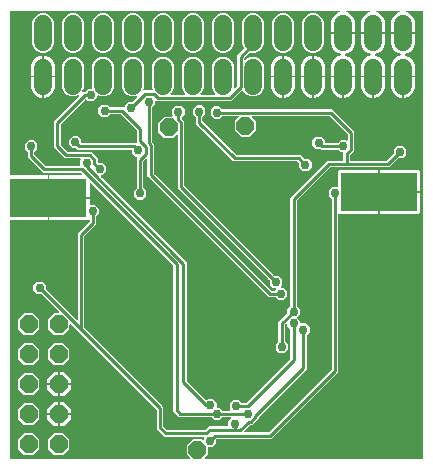
<source format=gbr>
G04 EAGLE Gerber RS-274X export*
G75*
%MOMM*%
%FSLAX34Y34*%
%LPD*%
%INBottom Copper*%
%IPPOS*%
%AMOC8*
5,1,8,0,0,1.08239X$1,22.5*%
G01*
G04 Define Apertures*
%ADD10R,6.451600X3.251200*%
%ADD11P,1.64956X8X22.5*%
%ADD12P,1.64956X8X112.5*%
%ADD13C,1.524000*%
%ADD14C,0.756400*%
%ADD15C,0.254000*%
G36*
X161646Y10220D02*
X161349Y10160D01*
X10922Y10160D01*
X10647Y10211D01*
X10392Y10375D01*
X10220Y10625D01*
X10160Y10922D01*
X10160Y211858D01*
X10211Y212133D01*
X10375Y212388D01*
X10625Y212560D01*
X10922Y212620D01*
X41656Y212620D01*
X41656Y250212D01*
X10922Y250212D01*
X10647Y250263D01*
X10392Y250427D01*
X10220Y250677D01*
X10160Y250974D01*
X10160Y389078D01*
X10211Y389353D01*
X10375Y389608D01*
X10625Y389780D01*
X10922Y389840D01*
X288507Y389840D01*
X288765Y389795D01*
X289024Y389638D01*
X289202Y389392D01*
X289269Y389096D01*
X289216Y388798D01*
X289050Y388544D01*
X288799Y388374D01*
X286045Y387233D01*
X283187Y384375D01*
X281640Y380641D01*
X281640Y371762D01*
X301960Y371762D01*
X301960Y380641D01*
X300413Y384375D01*
X297555Y387233D01*
X294801Y388374D01*
X294580Y388514D01*
X294401Y388759D01*
X294331Y389054D01*
X294382Y389353D01*
X294545Y389608D01*
X294796Y389780D01*
X295093Y389840D01*
X313907Y389840D01*
X314165Y389795D01*
X314424Y389638D01*
X314602Y389392D01*
X314669Y389096D01*
X314616Y388798D01*
X314450Y388544D01*
X314199Y388374D01*
X311445Y387233D01*
X308587Y384375D01*
X307040Y380641D01*
X307040Y371762D01*
X327360Y371762D01*
X327360Y380641D01*
X325813Y384375D01*
X322955Y387233D01*
X320201Y388374D01*
X319980Y388514D01*
X319801Y388759D01*
X319731Y389054D01*
X319782Y389353D01*
X319945Y389608D01*
X320196Y389780D01*
X320493Y389840D01*
X339307Y389840D01*
X339565Y389795D01*
X339824Y389638D01*
X340002Y389392D01*
X340069Y389096D01*
X340016Y388798D01*
X339850Y388544D01*
X339599Y388374D01*
X336845Y387233D01*
X333987Y384375D01*
X332440Y380641D01*
X332440Y371762D01*
X352760Y371762D01*
X352760Y380641D01*
X351213Y384375D01*
X348355Y387233D01*
X345601Y388374D01*
X345380Y388514D01*
X345201Y388759D01*
X345131Y389054D01*
X345182Y389353D01*
X345345Y389608D01*
X345596Y389780D01*
X345893Y389840D01*
X359078Y389840D01*
X359353Y389789D01*
X359608Y389625D01*
X359780Y389375D01*
X359840Y389078D01*
X359840Y10922D01*
X359789Y10647D01*
X359625Y10392D01*
X359375Y10220D01*
X359078Y10160D01*
X175651Y10160D01*
X175388Y10207D01*
X175130Y10366D01*
X174954Y10614D01*
X174889Y10910D01*
X174945Y11208D01*
X175112Y11461D01*
X177644Y13992D01*
X177644Y19643D01*
X177695Y19917D01*
X177859Y20173D01*
X178109Y20344D01*
X178406Y20405D01*
X181487Y20405D01*
X184595Y23513D01*
X184595Y26444D01*
X184647Y26719D01*
X184810Y26974D01*
X185060Y27146D01*
X185357Y27206D01*
X231157Y27206D01*
X287794Y83843D01*
X287794Y217258D01*
X287841Y217522D01*
X288000Y217780D01*
X288248Y217955D01*
X288544Y218020D01*
X288842Y217965D01*
X289095Y217797D01*
X289272Y217620D01*
X321820Y217620D01*
X321820Y255212D01*
X289272Y255212D01*
X287784Y253724D01*
X287784Y241068D01*
X287733Y240793D01*
X287569Y240538D01*
X287319Y240366D01*
X287022Y240306D01*
X282802Y240306D01*
X279694Y237198D01*
X279694Y232802D01*
X281983Y230513D01*
X282146Y230272D01*
X282206Y229975D01*
X282206Y86473D01*
X282150Y86187D01*
X281983Y85934D01*
X229066Y33017D01*
X228824Y32854D01*
X228527Y32794D01*
X208585Y32794D01*
X208322Y32841D01*
X208064Y33000D01*
X207888Y33248D01*
X207823Y33544D01*
X207879Y33842D01*
X208046Y34095D01*
X212782Y38831D01*
X213024Y38994D01*
X213321Y39054D01*
X214987Y39054D01*
X220476Y44543D01*
X220476Y45333D01*
X220532Y45619D01*
X220699Y45872D01*
X261094Y86267D01*
X261094Y114732D01*
X261150Y115018D01*
X261317Y115270D01*
X263606Y117559D01*
X263606Y121955D01*
X260498Y125063D01*
X256068Y125063D01*
X255793Y125114D01*
X255538Y125278D01*
X255366Y125528D01*
X255306Y125825D01*
X255306Y127198D01*
X253043Y129461D01*
X252885Y129692D01*
X252820Y129988D01*
X252875Y130286D01*
X253043Y130539D01*
X255306Y132802D01*
X255306Y137198D01*
X253017Y139487D01*
X252854Y139728D01*
X252794Y140025D01*
X252794Y228527D01*
X252850Y228813D01*
X253017Y229066D01*
X280934Y256983D01*
X281176Y257146D01*
X281473Y257206D01*
X331157Y257206D01*
X338422Y264471D01*
X338664Y264634D01*
X338961Y264694D01*
X342198Y264694D01*
X345306Y267802D01*
X345306Y272198D01*
X342198Y275306D01*
X337802Y275306D01*
X334694Y272198D01*
X334694Y268961D01*
X334638Y268675D01*
X334471Y268422D01*
X329066Y263017D01*
X328824Y262854D01*
X328527Y262794D01*
X298556Y262794D01*
X298281Y262845D01*
X298026Y263009D01*
X297854Y263259D01*
X297794Y263556D01*
X297794Y267199D01*
X297850Y267485D01*
X298017Y267738D01*
X301398Y271119D01*
X301398Y287553D01*
X282733Y306218D01*
X190025Y306218D01*
X189739Y306274D01*
X189487Y306441D01*
X187198Y308730D01*
X182802Y308730D01*
X179694Y305622D01*
X179694Y301226D01*
X182802Y298118D01*
X187198Y298118D01*
X189487Y300407D01*
X189728Y300570D01*
X190025Y300630D01*
X202759Y300630D01*
X203022Y300583D01*
X203280Y300424D01*
X203456Y300176D01*
X203521Y299880D01*
X203465Y299582D01*
X203298Y299329D01*
X199956Y295988D01*
X199956Y288412D01*
X205312Y283056D01*
X212888Y283056D01*
X218244Y288412D01*
X218244Y295988D01*
X214902Y299329D01*
X214749Y299549D01*
X214680Y299844D01*
X214730Y300143D01*
X214894Y300398D01*
X215144Y300570D01*
X215441Y300630D01*
X280103Y300630D01*
X280389Y300574D01*
X280642Y300407D01*
X295587Y285462D01*
X295750Y285220D01*
X295810Y284923D01*
X295810Y280561D01*
X295763Y280298D01*
X295604Y280040D01*
X295356Y279865D01*
X295060Y279800D01*
X294762Y279855D01*
X294509Y280023D01*
X294226Y280306D01*
X289830Y280306D01*
X287541Y278017D01*
X287300Y277854D01*
X287003Y277794D01*
X277324Y277794D01*
X277049Y277845D01*
X276794Y278009D01*
X276622Y278259D01*
X276562Y278556D01*
X276562Y279992D01*
X273454Y283100D01*
X269058Y283100D01*
X265950Y279992D01*
X265950Y275596D01*
X269058Y272488D01*
X272295Y272488D01*
X272581Y272432D01*
X272834Y272265D01*
X272893Y272206D01*
X287003Y272206D01*
X287289Y272150D01*
X287541Y271983D01*
X289830Y269694D01*
X291444Y269694D01*
X291719Y269643D01*
X291974Y269479D01*
X292146Y269229D01*
X292206Y268932D01*
X292206Y263556D01*
X292155Y263281D01*
X291991Y263026D01*
X291741Y262854D01*
X291444Y262794D01*
X278843Y262794D01*
X247206Y231157D01*
X247206Y140025D01*
X247150Y139739D01*
X246983Y139487D01*
X244694Y137198D01*
X244694Y133961D01*
X244638Y133675D01*
X244471Y133422D01*
X237206Y126157D01*
X237206Y110025D01*
X237150Y109739D01*
X236983Y109487D01*
X234694Y107198D01*
X234694Y102802D01*
X237802Y99694D01*
X242198Y99694D01*
X245306Y102802D01*
X245306Y107198D01*
X243017Y109487D01*
X242854Y109728D01*
X242794Y110025D01*
X242794Y123527D01*
X242850Y123813D01*
X243017Y124066D01*
X243393Y124442D01*
X243613Y124595D01*
X243908Y124665D01*
X244207Y124614D01*
X244462Y124450D01*
X244634Y124200D01*
X244694Y123903D01*
X244694Y122802D01*
X246983Y120513D01*
X247146Y120272D01*
X247206Y119975D01*
X247206Y95317D01*
X247150Y95031D01*
X246983Y94778D01*
X210222Y58017D01*
X209980Y57854D01*
X209683Y57794D01*
X206401Y57794D01*
X206115Y57850D01*
X205863Y58017D01*
X203574Y60306D01*
X199178Y60306D01*
X196070Y57198D01*
X196070Y52802D01*
X196353Y52519D01*
X196506Y52299D01*
X196576Y52004D01*
X196525Y51705D01*
X196362Y51450D01*
X196112Y51278D01*
X195815Y51218D01*
X190025Y51218D01*
X189739Y51274D01*
X189487Y51441D01*
X187198Y53730D01*
X185542Y53730D01*
X185267Y53781D01*
X185012Y53945D01*
X184840Y54195D01*
X184780Y54492D01*
X184780Y57948D01*
X181672Y61056D01*
X177276Y61056D01*
X176429Y60209D01*
X176198Y60051D01*
X175902Y59986D01*
X175604Y60041D01*
X175351Y60209D01*
X159626Y75934D01*
X159463Y76176D01*
X159403Y76473D01*
X159403Y176596D01*
X86932Y249067D01*
X86779Y249286D01*
X86709Y249581D01*
X86760Y249880D01*
X86923Y250135D01*
X87173Y250307D01*
X87470Y250367D01*
X87871Y250367D01*
X90979Y253476D01*
X90979Y257871D01*
X87871Y260979D01*
X84867Y260979D01*
X84592Y261031D01*
X84336Y261194D01*
X84165Y261444D01*
X84105Y261741D01*
X84105Y264746D01*
X78616Y270235D01*
X59032Y270235D01*
X58746Y270290D01*
X58494Y270458D01*
X53017Y275934D01*
X52854Y276176D01*
X52794Y276473D01*
X52794Y293527D01*
X52850Y293813D01*
X53017Y294066D01*
X73483Y314532D01*
X73713Y314690D01*
X74009Y314755D01*
X74308Y314699D01*
X74560Y314532D01*
X76100Y312992D01*
X80496Y312992D01*
X83604Y316100D01*
X83604Y317366D01*
X83653Y317635D01*
X83814Y317892D01*
X84063Y318065D01*
X84360Y318128D01*
X84657Y318070D01*
X86681Y317232D01*
X90319Y317232D01*
X93680Y318624D01*
X96252Y321196D01*
X97644Y324557D01*
X97644Y343435D01*
X96252Y346796D01*
X93680Y349368D01*
X90319Y350760D01*
X86681Y350760D01*
X83320Y349368D01*
X80748Y346796D01*
X79356Y343435D01*
X79356Y324465D01*
X79372Y324390D01*
X79321Y324091D01*
X79158Y323836D01*
X78908Y323664D01*
X78610Y323604D01*
X76100Y323604D01*
X73811Y321315D01*
X73570Y321152D01*
X73272Y321092D01*
X71949Y321092D01*
X71680Y321141D01*
X71423Y321302D01*
X71250Y321551D01*
X71187Y321848D01*
X71245Y322145D01*
X72244Y324557D01*
X72244Y343435D01*
X70852Y346796D01*
X68280Y349368D01*
X64919Y350760D01*
X61281Y350760D01*
X57920Y349368D01*
X55348Y346796D01*
X53956Y343435D01*
X53956Y324557D01*
X55348Y321196D01*
X57920Y318624D01*
X61281Y317232D01*
X64919Y317232D01*
X67119Y318143D01*
X67374Y318200D01*
X67674Y318154D01*
X67932Y317995D01*
X68107Y317748D01*
X68172Y317451D01*
X68117Y317153D01*
X67949Y316900D01*
X47206Y296157D01*
X47206Y273843D01*
X56402Y264647D01*
X69173Y264647D01*
X69437Y264600D01*
X69695Y264440D01*
X69870Y264193D01*
X69935Y263897D01*
X69880Y263599D01*
X69712Y263346D01*
X69429Y263062D01*
X69429Y259022D01*
X69377Y258747D01*
X69214Y258492D01*
X68964Y258320D01*
X68667Y258260D01*
X40500Y258260D01*
X40214Y258316D01*
X39962Y258483D01*
X30811Y267634D01*
X30648Y267875D01*
X30588Y268172D01*
X30588Y269975D01*
X30644Y270261D01*
X30811Y270513D01*
X33100Y272802D01*
X33100Y277198D01*
X29992Y280306D01*
X25596Y280306D01*
X22488Y277198D01*
X22488Y272802D01*
X24777Y270513D01*
X24940Y270272D01*
X25000Y269975D01*
X25000Y265542D01*
X37870Y252672D01*
X69360Y252672D01*
X69646Y252616D01*
X69899Y252449D01*
X70835Y251513D01*
X70988Y251293D01*
X71058Y250998D01*
X71007Y250699D01*
X70844Y250444D01*
X70594Y250272D01*
X70296Y250212D01*
X43180Y250212D01*
X43180Y232178D01*
X77216Y232178D01*
X77216Y243292D01*
X77263Y243556D01*
X77422Y243814D01*
X77670Y243989D01*
X77966Y244054D01*
X78264Y243999D01*
X78517Y243831D01*
X147919Y174429D01*
X148082Y174188D01*
X148142Y173890D01*
X148142Y50526D01*
X153038Y45630D01*
X179975Y45630D01*
X180261Y45574D01*
X180513Y45407D01*
X182802Y43118D01*
X187198Y43118D01*
X189487Y45407D01*
X189728Y45570D01*
X190025Y45630D01*
X196530Y45630D01*
X196793Y45583D01*
X197051Y45424D01*
X197226Y45176D01*
X197291Y44880D01*
X197236Y44582D01*
X197068Y44329D01*
X194694Y41955D01*
X194694Y38556D01*
X194643Y38281D01*
X194479Y38026D01*
X194229Y37854D01*
X193932Y37794D01*
X178121Y37794D01*
X175217Y34889D01*
X174975Y34726D01*
X174678Y34666D01*
X143106Y34666D01*
X142820Y34722D01*
X142567Y34889D01*
X139889Y37567D01*
X139726Y37809D01*
X139666Y38106D01*
X139666Y54285D01*
X73017Y120934D01*
X72854Y121176D01*
X72794Y121473D01*
X72794Y198527D01*
X72850Y198813D01*
X73017Y199066D01*
X82794Y208843D01*
X82794Y214975D01*
X82850Y215261D01*
X83017Y215513D01*
X85306Y217802D01*
X85306Y222198D01*
X82198Y225306D01*
X77978Y225306D01*
X77703Y225357D01*
X77448Y225521D01*
X77276Y225771D01*
X77216Y226068D01*
X77216Y230654D01*
X43180Y230654D01*
X43180Y212620D01*
X75728Y212620D01*
X75905Y212797D01*
X76125Y212950D01*
X76420Y213020D01*
X76719Y212969D01*
X76974Y212806D01*
X77146Y212556D01*
X77206Y212258D01*
X77206Y211473D01*
X77150Y211187D01*
X76983Y210934D01*
X67206Y201157D01*
X67206Y128585D01*
X67159Y128322D01*
X67000Y128064D01*
X66752Y127888D01*
X66456Y127823D01*
X66158Y127879D01*
X65905Y128046D01*
X64525Y129426D01*
X64362Y129668D01*
X64331Y129822D01*
X56537Y137616D01*
X56393Y137644D01*
X56140Y137811D01*
X40529Y153422D01*
X40366Y153664D01*
X40306Y153961D01*
X40306Y157198D01*
X37198Y160306D01*
X32802Y160306D01*
X29694Y157198D01*
X29694Y152802D01*
X32802Y149694D01*
X36039Y149694D01*
X36325Y149638D01*
X36578Y149471D01*
X51224Y134825D01*
X51377Y134605D01*
X51447Y134310D01*
X51396Y134011D01*
X51232Y133756D01*
X50982Y133584D01*
X50685Y133524D01*
X47306Y133524D01*
X41950Y128168D01*
X41950Y120592D01*
X47306Y115236D01*
X54882Y115236D01*
X60238Y120592D01*
X60238Y123971D01*
X60285Y124234D01*
X60444Y124492D01*
X60692Y124668D01*
X60988Y124733D01*
X61286Y124677D01*
X61539Y124510D01*
X133855Y52194D01*
X134018Y51952D01*
X134078Y51655D01*
X134078Y35476D01*
X140476Y29078D01*
X173313Y29078D01*
X173577Y29031D01*
X173835Y28872D01*
X174010Y28624D01*
X174075Y28328D01*
X174020Y28030D01*
X173983Y27975D01*
X173983Y27068D01*
X173936Y26805D01*
X173777Y26546D01*
X173530Y26371D01*
X173234Y26306D01*
X172935Y26362D01*
X172683Y26529D01*
X172288Y26924D01*
X164712Y26924D01*
X159356Y21568D01*
X159356Y13992D01*
X161888Y11461D01*
X162041Y11241D01*
X162110Y10946D01*
X162060Y10647D01*
X161896Y10392D01*
X161646Y10220D01*
G37*
%LPC*%
G36*
X35981Y354236D02*
X39619Y354236D01*
X42980Y355628D01*
X45552Y358200D01*
X46944Y361561D01*
X46944Y380439D01*
X45552Y383800D01*
X42980Y386372D01*
X39619Y387764D01*
X35981Y387764D01*
X32620Y386372D01*
X30048Y383800D01*
X28656Y380439D01*
X28656Y361561D01*
X30048Y358200D01*
X32620Y355628D01*
X35981Y354236D01*
G37*
G36*
X61381Y354236D02*
X65019Y354236D01*
X68380Y355628D01*
X70952Y358200D01*
X72344Y361561D01*
X72344Y380439D01*
X70952Y383800D01*
X68380Y386372D01*
X65019Y387764D01*
X61381Y387764D01*
X58020Y386372D01*
X55448Y383800D01*
X54056Y380439D01*
X54056Y361561D01*
X55448Y358200D01*
X58020Y355628D01*
X61381Y354236D01*
G37*
G36*
X137581Y354236D02*
X141219Y354236D01*
X144580Y355628D01*
X147152Y358200D01*
X148544Y361561D01*
X148544Y380439D01*
X147152Y383800D01*
X144580Y386372D01*
X141219Y387764D01*
X137581Y387764D01*
X134220Y386372D01*
X131648Y383800D01*
X130256Y380439D01*
X130256Y361561D01*
X131648Y358200D01*
X134220Y355628D01*
X137581Y354236D01*
G37*
G36*
X162981Y354236D02*
X166619Y354236D01*
X169980Y355628D01*
X172552Y358200D01*
X173944Y361561D01*
X173944Y380439D01*
X172552Y383800D01*
X169980Y386372D01*
X166619Y387764D01*
X162981Y387764D01*
X159620Y386372D01*
X157048Y383800D01*
X155656Y380439D01*
X155656Y361561D01*
X157048Y358200D01*
X159620Y355628D01*
X162981Y354236D01*
G37*
G36*
X86781Y354236D02*
X90419Y354236D01*
X93780Y355628D01*
X96352Y358200D01*
X97744Y361561D01*
X97744Y380439D01*
X96352Y383800D01*
X93780Y386372D01*
X90419Y387764D01*
X86781Y387764D01*
X83420Y386372D01*
X80848Y383800D01*
X79456Y380439D01*
X79456Y361561D01*
X80848Y358200D01*
X83420Y355628D01*
X86781Y354236D01*
G37*
G36*
X264581Y354236D02*
X268219Y354236D01*
X271580Y355628D01*
X274152Y358200D01*
X275544Y361561D01*
X275544Y380439D01*
X274152Y383800D01*
X271580Y386372D01*
X268219Y387764D01*
X264581Y387764D01*
X261220Y386372D01*
X258648Y383800D01*
X257256Y380439D01*
X257256Y361561D01*
X258648Y358200D01*
X261220Y355628D01*
X264581Y354236D01*
G37*
G36*
X112181Y354236D02*
X115819Y354236D01*
X119180Y355628D01*
X121752Y358200D01*
X123144Y361561D01*
X123144Y380439D01*
X121752Y383800D01*
X119180Y386372D01*
X115819Y387764D01*
X112181Y387764D01*
X108820Y386372D01*
X106248Y383800D01*
X104856Y380439D01*
X104856Y361561D01*
X106248Y358200D01*
X108820Y355628D01*
X112181Y354236D01*
G37*
G36*
X237162Y144694D02*
X241558Y144694D01*
X244666Y147802D01*
X244666Y152198D01*
X241558Y155306D01*
X239649Y155306D01*
X239386Y155353D01*
X239128Y155512D01*
X238953Y155760D01*
X238888Y156056D01*
X238943Y156354D01*
X239111Y156607D01*
X240306Y157802D01*
X240306Y162198D01*
X237198Y165306D01*
X233961Y165306D01*
X233675Y165362D01*
X233422Y165529D01*
X157631Y241320D01*
X157468Y241562D01*
X157408Y241859D01*
X157408Y296471D01*
X155496Y298383D01*
X155333Y298625D01*
X155273Y298922D01*
X155273Y299029D01*
X155328Y299315D01*
X155496Y299568D01*
X157785Y301857D01*
X157785Y306253D01*
X154677Y309361D01*
X150281Y309361D01*
X147173Y306253D01*
X147173Y301857D01*
X147585Y301445D01*
X147738Y301225D01*
X147808Y300930D01*
X147757Y300631D01*
X147593Y300376D01*
X147343Y300204D01*
X147046Y300144D01*
X140412Y300144D01*
X135056Y294788D01*
X135056Y287212D01*
X140412Y281856D01*
X147988Y281856D01*
X150519Y284388D01*
X150739Y284541D01*
X151034Y284610D01*
X151333Y284560D01*
X151588Y284396D01*
X151760Y284146D01*
X151820Y283849D01*
X151820Y239229D01*
X229471Y161578D01*
X229634Y161336D01*
X229694Y161039D01*
X229694Y157802D01*
X232802Y154694D01*
X234711Y154694D01*
X234974Y154647D01*
X235232Y154488D01*
X235407Y154240D01*
X235472Y153944D01*
X235417Y153646D01*
X235249Y153393D01*
X234873Y153017D01*
X234632Y152854D01*
X234335Y152794D01*
X231473Y152794D01*
X231187Y152850D01*
X230934Y153017D01*
X132081Y251870D01*
X131918Y252112D01*
X131858Y252409D01*
X131858Y277035D01*
X130167Y278726D01*
X130004Y278967D01*
X129944Y279264D01*
X129944Y307825D01*
X130000Y308111D01*
X130167Y308363D01*
X132456Y310652D01*
X132456Y312701D01*
X132503Y312965D01*
X132662Y313223D01*
X132910Y313398D01*
X133206Y313463D01*
X133504Y313408D01*
X133757Y313240D01*
X133829Y313168D01*
X197119Y313168D01*
X206180Y322229D01*
X206405Y322384D01*
X206701Y322452D01*
X206999Y322398D01*
X207253Y322233D01*
X207423Y321982D01*
X207748Y321196D01*
X210320Y318624D01*
X213681Y317232D01*
X217319Y317232D01*
X220680Y318624D01*
X223252Y321196D01*
X224644Y324557D01*
X224644Y343435D01*
X223252Y346796D01*
X220680Y349368D01*
X217319Y350760D01*
X213681Y350760D01*
X210320Y349368D01*
X209181Y348228D01*
X208961Y348075D01*
X208666Y348006D01*
X208367Y348056D01*
X208112Y348220D01*
X207940Y348470D01*
X207880Y348767D01*
X207880Y349457D01*
X207936Y349743D01*
X208103Y349996D01*
X212405Y354297D01*
X212641Y354457D01*
X212937Y354520D01*
X213235Y354462D01*
X213781Y354236D01*
X217419Y354236D01*
X220780Y355628D01*
X223352Y358200D01*
X224744Y361561D01*
X224744Y380439D01*
X223352Y383800D01*
X220780Y386372D01*
X217419Y387764D01*
X213781Y387764D01*
X210420Y386372D01*
X207848Y383800D01*
X206456Y380439D01*
X206456Y361561D01*
X207816Y358277D01*
X207874Y357997D01*
X207819Y357699D01*
X207651Y357446D01*
X202292Y352087D01*
X202292Y326559D01*
X202236Y326273D01*
X202069Y326020D01*
X200545Y324496D01*
X200325Y324343D01*
X200030Y324273D01*
X199731Y324324D01*
X199476Y324488D01*
X199304Y324738D01*
X199244Y325035D01*
X199244Y343435D01*
X197852Y346796D01*
X195280Y349368D01*
X191919Y350760D01*
X188281Y350760D01*
X184920Y349368D01*
X182348Y346796D01*
X180956Y343435D01*
X180956Y324557D01*
X182348Y321196D01*
X183488Y320057D01*
X183641Y319837D01*
X183710Y319542D01*
X183660Y319243D01*
X183496Y318988D01*
X183246Y318816D01*
X182949Y318756D01*
X171851Y318756D01*
X171588Y318803D01*
X171330Y318962D01*
X171154Y319210D01*
X171089Y319506D01*
X171145Y319804D01*
X171312Y320057D01*
X172452Y321196D01*
X173844Y324557D01*
X173844Y343435D01*
X172452Y346796D01*
X169880Y349368D01*
X166519Y350760D01*
X162881Y350760D01*
X159520Y349368D01*
X156948Y346796D01*
X155556Y343435D01*
X155556Y324557D01*
X156948Y321196D01*
X158088Y320057D01*
X158241Y319837D01*
X158310Y319542D01*
X158260Y319243D01*
X158096Y318988D01*
X157846Y318816D01*
X157549Y318756D01*
X146451Y318756D01*
X146188Y318803D01*
X145930Y318962D01*
X145754Y319210D01*
X145689Y319506D01*
X145745Y319804D01*
X145912Y320057D01*
X147052Y321196D01*
X148444Y324557D01*
X148444Y343435D01*
X147052Y346796D01*
X144480Y349368D01*
X141119Y350760D01*
X137481Y350760D01*
X134120Y349368D01*
X131548Y346796D01*
X130156Y343435D01*
X130156Y324557D01*
X130688Y323274D01*
X130745Y323006D01*
X130694Y322707D01*
X130531Y322452D01*
X130281Y322280D01*
X129984Y322220D01*
X123216Y322220D01*
X122947Y322269D01*
X122691Y322430D01*
X122517Y322679D01*
X122454Y322976D01*
X122512Y323274D01*
X123044Y324557D01*
X123044Y343435D01*
X121652Y346796D01*
X119080Y349368D01*
X115719Y350760D01*
X112081Y350760D01*
X108720Y349368D01*
X106148Y346796D01*
X104756Y343435D01*
X104756Y324557D01*
X106148Y321196D01*
X108720Y318624D01*
X112081Y317232D01*
X115719Y317232D01*
X116553Y317578D01*
X116808Y317635D01*
X117108Y317589D01*
X117366Y317429D01*
X117541Y317182D01*
X117606Y316886D01*
X117551Y316588D01*
X117383Y316335D01*
X113728Y312679D01*
X113486Y312516D01*
X113189Y312456D01*
X109952Y312456D01*
X106844Y309348D01*
X106844Y308556D01*
X106793Y308281D01*
X106629Y308026D01*
X106379Y307854D01*
X106082Y307794D01*
X95025Y307794D01*
X94739Y307850D01*
X94487Y308017D01*
X92198Y310306D01*
X87802Y310306D01*
X84694Y307198D01*
X84694Y302802D01*
X87802Y299694D01*
X92198Y299694D01*
X94487Y301983D01*
X94728Y302146D01*
X95025Y302206D01*
X103527Y302206D01*
X103813Y302150D01*
X104066Y301983D01*
X116983Y289066D01*
X117146Y288824D01*
X117206Y288527D01*
X117206Y278265D01*
X117159Y278002D01*
X117000Y277744D01*
X116752Y277568D01*
X116456Y277503D01*
X116158Y277559D01*
X115905Y277726D01*
X115838Y277794D01*
X71068Y277794D01*
X70793Y277845D01*
X70538Y278009D01*
X70366Y278259D01*
X70306Y278556D01*
X70306Y280592D01*
X67198Y283700D01*
X62802Y283700D01*
X59694Y280592D01*
X59694Y276196D01*
X62802Y273088D01*
X66039Y273088D01*
X66325Y273032D01*
X66578Y272865D01*
X67237Y272206D01*
X112142Y272206D01*
X112417Y272155D01*
X112672Y271991D01*
X112844Y271741D01*
X112904Y271444D01*
X112904Y269272D01*
X116012Y266164D01*
X116627Y266164D01*
X116890Y266117D01*
X117148Y265958D01*
X117324Y265711D01*
X117389Y265414D01*
X117333Y265116D01*
X117206Y264924D01*
X117206Y240025D01*
X117150Y239739D01*
X116983Y239487D01*
X114694Y237198D01*
X114694Y232802D01*
X117802Y229694D01*
X122198Y229694D01*
X125306Y232802D01*
X125306Y237198D01*
X123017Y239487D01*
X122854Y239728D01*
X122794Y240025D01*
X122794Y262273D01*
X122850Y262559D01*
X123017Y262812D01*
X124969Y264764D01*
X125189Y264917D01*
X125484Y264987D01*
X125783Y264936D01*
X126038Y264773D01*
X126210Y264523D01*
X126270Y264225D01*
X126270Y249779D01*
X228843Y147206D01*
X234335Y147206D01*
X234621Y147150D01*
X234873Y146983D01*
X237162Y144694D01*
G37*
G36*
X239181Y354236D02*
X242819Y354236D01*
X246180Y355628D01*
X248752Y358200D01*
X250144Y361561D01*
X250144Y380439D01*
X248752Y383800D01*
X246180Y386372D01*
X242819Y387764D01*
X239181Y387764D01*
X235820Y386372D01*
X233248Y383800D01*
X231856Y380439D01*
X231856Y361561D01*
X233248Y358200D01*
X235820Y355628D01*
X239181Y354236D01*
G37*
G36*
X188381Y354236D02*
X192019Y354236D01*
X195380Y355628D01*
X197952Y358200D01*
X199344Y361561D01*
X199344Y380439D01*
X197952Y383800D01*
X195380Y386372D01*
X192019Y387764D01*
X188381Y387764D01*
X185020Y386372D01*
X182448Y383800D01*
X181056Y380439D01*
X181056Y361561D01*
X182448Y358200D01*
X185020Y355628D01*
X188381Y354236D01*
G37*
G36*
X332340Y334758D02*
X352660Y334758D01*
X352660Y343637D01*
X351113Y347371D01*
X348255Y350229D01*
X344528Y351773D01*
X344302Y351917D01*
X344125Y352163D01*
X344057Y352459D01*
X344111Y352758D01*
X344276Y353012D01*
X344528Y353181D01*
X348355Y354767D01*
X351213Y357625D01*
X352760Y361359D01*
X352760Y370238D01*
X332440Y370238D01*
X332440Y361359D01*
X333987Y357625D01*
X336845Y354767D01*
X340573Y353223D01*
X340798Y353079D01*
X340975Y352833D01*
X341043Y352537D01*
X340989Y352238D01*
X340824Y351984D01*
X340573Y351815D01*
X336745Y350229D01*
X333887Y347371D01*
X332340Y343637D01*
X332340Y334758D01*
G37*
G36*
X281540Y334758D02*
X301860Y334758D01*
X301860Y343637D01*
X300313Y347371D01*
X297455Y350229D01*
X293728Y351773D01*
X293502Y351917D01*
X293325Y352163D01*
X293257Y352459D01*
X293311Y352758D01*
X293476Y353012D01*
X293728Y353181D01*
X297555Y354767D01*
X300413Y357625D01*
X301960Y361359D01*
X301960Y370238D01*
X281640Y370238D01*
X281640Y361359D01*
X283187Y357625D01*
X286045Y354767D01*
X289773Y353223D01*
X289998Y353079D01*
X290175Y352833D01*
X290243Y352537D01*
X290189Y352238D01*
X290024Y351984D01*
X289773Y351815D01*
X285945Y350229D01*
X283087Y347371D01*
X281540Y343637D01*
X281540Y334758D01*
G37*
G36*
X306940Y334758D02*
X327260Y334758D01*
X327260Y343637D01*
X325713Y347371D01*
X322855Y350229D01*
X319128Y351773D01*
X318902Y351917D01*
X318725Y352163D01*
X318657Y352459D01*
X318711Y352758D01*
X318876Y353012D01*
X319128Y353181D01*
X322955Y354767D01*
X325813Y357625D01*
X327360Y361359D01*
X327360Y370238D01*
X307040Y370238D01*
X307040Y361359D01*
X308587Y357625D01*
X311445Y354767D01*
X315173Y353223D01*
X315398Y353079D01*
X315575Y352833D01*
X315643Y352537D01*
X315589Y352238D01*
X315424Y351984D01*
X315173Y351815D01*
X311345Y350229D01*
X308487Y347371D01*
X306940Y343637D01*
X306940Y334758D01*
G37*
G36*
X38462Y334758D02*
X47860Y334758D01*
X47860Y343637D01*
X46313Y347371D01*
X43455Y350229D01*
X39721Y351776D01*
X38462Y351776D01*
X38462Y334758D01*
G37*
G36*
X27540Y334758D02*
X36938Y334758D01*
X36938Y351776D01*
X35679Y351776D01*
X31945Y350229D01*
X29087Y347371D01*
X27540Y343637D01*
X27540Y334758D01*
G37*
G36*
X241662Y334758D02*
X251060Y334758D01*
X251060Y343637D01*
X249513Y347371D01*
X246655Y350229D01*
X242921Y351776D01*
X241662Y351776D01*
X241662Y334758D01*
G37*
G36*
X230740Y334758D02*
X240138Y334758D01*
X240138Y351776D01*
X238879Y351776D01*
X235145Y350229D01*
X232287Y347371D01*
X230740Y343637D01*
X230740Y334758D01*
G37*
G36*
X256140Y334758D02*
X265538Y334758D01*
X265538Y351776D01*
X264279Y351776D01*
X260545Y350229D01*
X257687Y347371D01*
X256140Y343637D01*
X256140Y334758D01*
G37*
G36*
X267062Y334758D02*
X276460Y334758D01*
X276460Y343637D01*
X274913Y347371D01*
X272055Y350229D01*
X268321Y351776D01*
X267062Y351776D01*
X267062Y334758D01*
G37*
G36*
X264279Y316216D02*
X265538Y316216D01*
X265538Y333234D01*
X256140Y333234D01*
X256140Y324355D01*
X257687Y320621D01*
X260545Y317763D01*
X264279Y316216D01*
G37*
G36*
X289679Y316216D02*
X290938Y316216D01*
X290938Y333234D01*
X281540Y333234D01*
X281540Y324355D01*
X283087Y320621D01*
X285945Y317763D01*
X289679Y316216D01*
G37*
G36*
X343262Y316216D02*
X344521Y316216D01*
X348255Y317763D01*
X351113Y320621D01*
X352660Y324355D01*
X352660Y333234D01*
X343262Y333234D01*
X343262Y316216D01*
G37*
G36*
X340479Y316216D02*
X341738Y316216D01*
X341738Y333234D01*
X332340Y333234D01*
X332340Y324355D01*
X333887Y320621D01*
X336745Y317763D01*
X340479Y316216D01*
G37*
G36*
X317862Y316216D02*
X319121Y316216D01*
X322855Y317763D01*
X325713Y320621D01*
X327260Y324355D01*
X327260Y333234D01*
X317862Y333234D01*
X317862Y316216D01*
G37*
G36*
X315079Y316216D02*
X316338Y316216D01*
X316338Y333234D01*
X306940Y333234D01*
X306940Y324355D01*
X308487Y320621D01*
X311345Y317763D01*
X315079Y316216D01*
G37*
G36*
X292462Y316216D02*
X293721Y316216D01*
X297455Y317763D01*
X300313Y320621D01*
X301860Y324355D01*
X301860Y333234D01*
X292462Y333234D01*
X292462Y316216D01*
G37*
G36*
X267062Y316216D02*
X268321Y316216D01*
X272055Y317763D01*
X274913Y320621D01*
X276460Y324355D01*
X276460Y333234D01*
X267062Y333234D01*
X267062Y316216D01*
G37*
G36*
X241662Y316216D02*
X242921Y316216D01*
X246655Y317763D01*
X249513Y320621D01*
X251060Y324355D01*
X251060Y333234D01*
X241662Y333234D01*
X241662Y316216D01*
G37*
G36*
X238879Y316216D02*
X240138Y316216D01*
X240138Y333234D01*
X230740Y333234D01*
X230740Y324355D01*
X232287Y320621D01*
X235145Y317763D01*
X238879Y316216D01*
G37*
G36*
X38462Y316216D02*
X39721Y316216D01*
X43455Y317763D01*
X46313Y320621D01*
X47860Y324355D01*
X47860Y333234D01*
X38462Y333234D01*
X38462Y316216D01*
G37*
G36*
X35679Y316216D02*
X36938Y316216D01*
X36938Y333234D01*
X27540Y333234D01*
X27540Y324355D01*
X29087Y320621D01*
X31945Y317763D01*
X35679Y316216D01*
G37*
G36*
X257802Y253988D02*
X262198Y253988D01*
X265306Y257096D01*
X265306Y261492D01*
X262198Y264600D01*
X258961Y264600D01*
X258675Y264656D01*
X258422Y264823D01*
X255451Y267794D01*
X201473Y267794D01*
X201187Y267850D01*
X200934Y268017D01*
X173017Y295934D01*
X172854Y296176D01*
X172794Y296473D01*
X172794Y299361D01*
X172850Y299647D01*
X173017Y299899D01*
X175306Y302188D01*
X175306Y306584D01*
X172198Y309692D01*
X167802Y309692D01*
X164694Y306584D01*
X164694Y302188D01*
X166983Y299899D01*
X167146Y299658D01*
X167206Y299361D01*
X167206Y293843D01*
X198843Y262206D01*
X252821Y262206D01*
X253107Y262150D01*
X253360Y261983D01*
X254471Y260872D01*
X254634Y260630D01*
X254694Y260333D01*
X254694Y257096D01*
X257802Y253988D01*
G37*
G36*
X323344Y237178D02*
X357380Y237178D01*
X357380Y253724D01*
X355892Y255212D01*
X323344Y255212D01*
X323344Y237178D01*
G37*
G36*
X323344Y217620D02*
X355892Y217620D01*
X357380Y219108D01*
X357380Y235654D01*
X323344Y235654D01*
X323344Y217620D01*
G37*
G36*
X21906Y115236D02*
X29482Y115236D01*
X34838Y120592D01*
X34838Y128168D01*
X29482Y133524D01*
X21906Y133524D01*
X16550Y128168D01*
X16550Y120592D01*
X21906Y115236D01*
G37*
G36*
X21906Y89836D02*
X29482Y89836D01*
X34838Y95192D01*
X34838Y102768D01*
X29482Y108124D01*
X21906Y108124D01*
X16550Y102768D01*
X16550Y95192D01*
X21906Y89836D01*
G37*
G36*
X47306Y89836D02*
X54882Y89836D01*
X60238Y95192D01*
X60238Y102768D01*
X54882Y108124D01*
X47306Y108124D01*
X41950Y102768D01*
X41950Y95192D01*
X47306Y89836D01*
G37*
G36*
X40934Y74342D02*
X50332Y74342D01*
X50332Y83740D01*
X46886Y83740D01*
X40934Y77788D01*
X40934Y74342D01*
G37*
G36*
X51856Y74342D02*
X61254Y74342D01*
X61254Y77788D01*
X55302Y83740D01*
X51856Y83740D01*
X51856Y74342D01*
G37*
G36*
X21906Y64436D02*
X29482Y64436D01*
X34838Y69792D01*
X34838Y77368D01*
X29482Y82724D01*
X21906Y82724D01*
X16550Y77368D01*
X16550Y69792D01*
X21906Y64436D01*
G37*
G36*
X51856Y63420D02*
X55302Y63420D01*
X61254Y69372D01*
X61254Y72818D01*
X51856Y72818D01*
X51856Y63420D01*
G37*
G36*
X46886Y63420D02*
X50332Y63420D01*
X50332Y72818D01*
X40934Y72818D01*
X40934Y69372D01*
X46886Y63420D01*
G37*
G36*
X40934Y48942D02*
X50332Y48942D01*
X50332Y58340D01*
X46886Y58340D01*
X40934Y52388D01*
X40934Y48942D01*
G37*
G36*
X51856Y48942D02*
X61254Y48942D01*
X61254Y52388D01*
X55302Y58340D01*
X51856Y58340D01*
X51856Y48942D01*
G37*
G36*
X21906Y39036D02*
X29482Y39036D01*
X34838Y44392D01*
X34838Y51968D01*
X29482Y57324D01*
X21906Y57324D01*
X16550Y51968D01*
X16550Y44392D01*
X21906Y39036D01*
G37*
G36*
X51856Y38020D02*
X55302Y38020D01*
X61254Y43972D01*
X61254Y47418D01*
X51856Y47418D01*
X51856Y38020D01*
G37*
G36*
X46886Y38020D02*
X50332Y38020D01*
X50332Y47418D01*
X40934Y47418D01*
X40934Y43972D01*
X46886Y38020D01*
G37*
G36*
X47306Y13636D02*
X54882Y13636D01*
X60238Y18992D01*
X60238Y26568D01*
X54882Y31924D01*
X47306Y31924D01*
X41950Y26568D01*
X41950Y18992D01*
X47306Y13636D01*
G37*
G36*
X21906Y13636D02*
X29482Y13636D01*
X34838Y18992D01*
X34838Y26568D01*
X29482Y31924D01*
X21906Y31924D01*
X16550Y26568D01*
X16550Y18992D01*
X21906Y13636D01*
G37*
%LPD*%
D10*
X42418Y231416D03*
X322582Y236416D03*
D11*
X168500Y17780D03*
D12*
X51094Y22780D03*
X25694Y22780D03*
X51094Y48180D03*
X25694Y48180D03*
X51094Y73580D03*
X25694Y73580D03*
X51094Y98980D03*
X25694Y98980D03*
X51094Y124380D03*
X25694Y124380D03*
D11*
X144200Y291000D03*
X209100Y292200D03*
D13*
X37700Y326376D02*
X37700Y341616D01*
X63100Y341616D02*
X63100Y326376D01*
X88500Y326376D02*
X88500Y341616D01*
X113900Y341616D02*
X113900Y326376D01*
X139300Y326376D02*
X139300Y341616D01*
X164700Y341616D02*
X164700Y326376D01*
X190100Y326376D02*
X190100Y341616D01*
X215500Y341616D02*
X215500Y326376D01*
X240900Y326376D02*
X240900Y341616D01*
X266300Y341616D02*
X266300Y326376D01*
X291700Y326376D02*
X291700Y341616D01*
X317100Y341616D02*
X317100Y326376D01*
X342500Y326376D02*
X342500Y341616D01*
X37800Y363380D02*
X37800Y378620D01*
X63200Y378620D02*
X63200Y363380D01*
X88600Y363380D02*
X88600Y378620D01*
X114000Y378620D02*
X114000Y363380D01*
X139400Y363380D02*
X139400Y378620D01*
X164800Y378620D02*
X164800Y363380D01*
X190200Y363380D02*
X190200Y378620D01*
X215600Y378620D02*
X215600Y363380D01*
X241000Y363380D02*
X241000Y378620D01*
X266400Y378620D02*
X266400Y363380D01*
X291800Y363380D02*
X291800Y378620D01*
X317200Y378620D02*
X317200Y363380D01*
X342600Y363380D02*
X342600Y378620D01*
D14*
X285000Y235000D03*
D15*
X285000Y85000D01*
X230000Y30000D01*
D14*
X179289Y25711D03*
D15*
X183579Y30000D02*
X230000Y30000D01*
X183579Y30000D02*
X179289Y25711D01*
D14*
X112150Y307150D03*
D15*
X195962Y315962D02*
X205086Y325086D01*
X215600Y361444D02*
X215600Y371000D01*
X205086Y350930D02*
X205086Y325086D01*
X205086Y350930D02*
X215600Y361444D01*
X156609Y175438D02*
X156609Y75000D01*
X134986Y315962D02*
X195962Y315962D01*
X124426Y319426D02*
X112150Y307150D01*
X124426Y319426D02*
X131522Y319426D01*
X134986Y315962D01*
D14*
X179474Y55750D03*
D15*
X175858Y55750D02*
X156609Y75000D01*
X175858Y55750D02*
X179474Y55750D01*
D14*
X74735Y260865D03*
D15*
X74735Y257312D02*
X156609Y175438D01*
X74735Y257312D02*
X74735Y260865D01*
D14*
X65000Y278394D03*
D15*
X68394Y275000D01*
D14*
X118210Y271470D03*
D15*
X114680Y275000D02*
X68394Y275000D01*
X114680Y275000D02*
X118210Y271470D01*
D14*
X300000Y105000D03*
X100000Y140000D03*
X100000Y160000D03*
X19532Y180636D03*
X276460Y105000D03*
X330000Y205000D03*
X335000Y180000D03*
X30000Y145000D03*
X315000Y275000D03*
X351058Y310000D03*
X335000Y90000D03*
X125550Y120550D03*
X75000Y105000D03*
X256576Y167150D03*
X240000Y95000D03*
X25384Y257978D03*
X25000Y284088D03*
D15*
X70833Y255466D02*
X150936Y175363D01*
D14*
X211106Y48424D03*
D15*
X185000Y48424D01*
X150936Y51683D02*
X150936Y175363D01*
X150936Y51683D02*
X154195Y48424D01*
X185000Y48424D01*
D14*
X185000Y48424D03*
D15*
X70833Y255466D02*
X39028Y255466D01*
X27794Y266700D01*
D14*
X27794Y275000D03*
D15*
X27794Y266700D01*
D14*
X90000Y305000D03*
X120000Y235000D03*
D15*
X120000Y290000D02*
X105000Y305000D01*
X90000Y305000D01*
X120000Y263746D02*
X120000Y235000D01*
X120000Y279194D02*
X120000Y290000D01*
X124786Y268532D02*
X120000Y263746D01*
X124786Y268532D02*
X124786Y274408D01*
X120000Y279194D01*
D14*
X340000Y270000D03*
D15*
X330000Y260000D01*
X295000Y260000D01*
X280000Y260000D01*
D14*
X185000Y303424D03*
D15*
X281576Y303424D01*
X295000Y268672D02*
X295000Y260000D01*
X295000Y268672D02*
X298604Y272276D01*
X298604Y286396D01*
X281576Y303424D01*
X280000Y260000D02*
X250000Y230000D01*
X250000Y135000D01*
D14*
X250000Y135000D03*
X240000Y105000D03*
D15*
X240000Y125000D01*
X250000Y135000D01*
D14*
X127150Y312850D03*
D15*
X250000Y93844D02*
X211156Y55000D01*
X129064Y275877D02*
X127150Y277791D01*
X127150Y312850D01*
X129064Y275877D02*
X129064Y250936D01*
D14*
X239360Y150000D03*
D15*
X230000Y150000D02*
X129064Y250936D01*
X230000Y150000D02*
X239360Y150000D01*
D14*
X201376Y55000D03*
D15*
X211156Y55000D01*
X250000Y93844D02*
X250000Y125000D01*
D14*
X250000Y125000D03*
X35000Y155000D03*
D15*
X205000Y35000D02*
X211848Y41848D01*
X205000Y35000D02*
X200000Y35000D01*
X70000Y120000D02*
X70000Y200000D01*
X80000Y210000D01*
X80000Y220000D01*
D14*
X80000Y220000D03*
X85673Y255673D03*
D15*
X50000Y275000D02*
X50000Y295000D01*
X35000Y155000D02*
X55206Y134794D01*
X55408Y134794D01*
X61508Y128694D01*
X61508Y128492D01*
X70000Y120000D01*
D14*
X78298Y318298D03*
D15*
X73298Y318298D02*
X50000Y295000D01*
X73298Y318298D02*
X78298Y318298D01*
D14*
X258300Y119757D03*
D15*
X217682Y45700D02*
X213830Y41848D01*
X217682Y45700D02*
X217682Y46806D01*
X258300Y87424D01*
X213830Y41848D02*
X211848Y41848D01*
D14*
X200000Y39757D03*
D15*
X200000Y35000D01*
X141633Y31872D02*
X136872Y36633D01*
X141633Y31872D02*
X176151Y31872D01*
X179279Y35000D01*
X200000Y35000D01*
X136872Y36633D02*
X136872Y53128D01*
X70000Y120000D01*
X258300Y119757D02*
X258300Y87424D01*
X85673Y255673D02*
X81311Y260036D01*
X81311Y263589D01*
X77459Y267441D01*
X57559Y267441D02*
X50000Y275000D01*
X57559Y267441D02*
X77459Y267441D01*
D14*
X235000Y160000D03*
X152479Y304055D03*
D15*
X152479Y297449D02*
X154614Y295314D01*
X152479Y297449D02*
X152479Y304055D01*
X154614Y295314D02*
X154614Y240386D01*
X235000Y160000D01*
D14*
X260000Y259294D03*
D15*
X254294Y265000D01*
X200000Y265000D01*
X170000Y295000D01*
D14*
X271256Y277794D03*
X170000Y304386D03*
D15*
X170000Y295000D01*
D14*
X292028Y275000D03*
D15*
X274050Y275000D01*
X271256Y277794D01*
M02*

</source>
